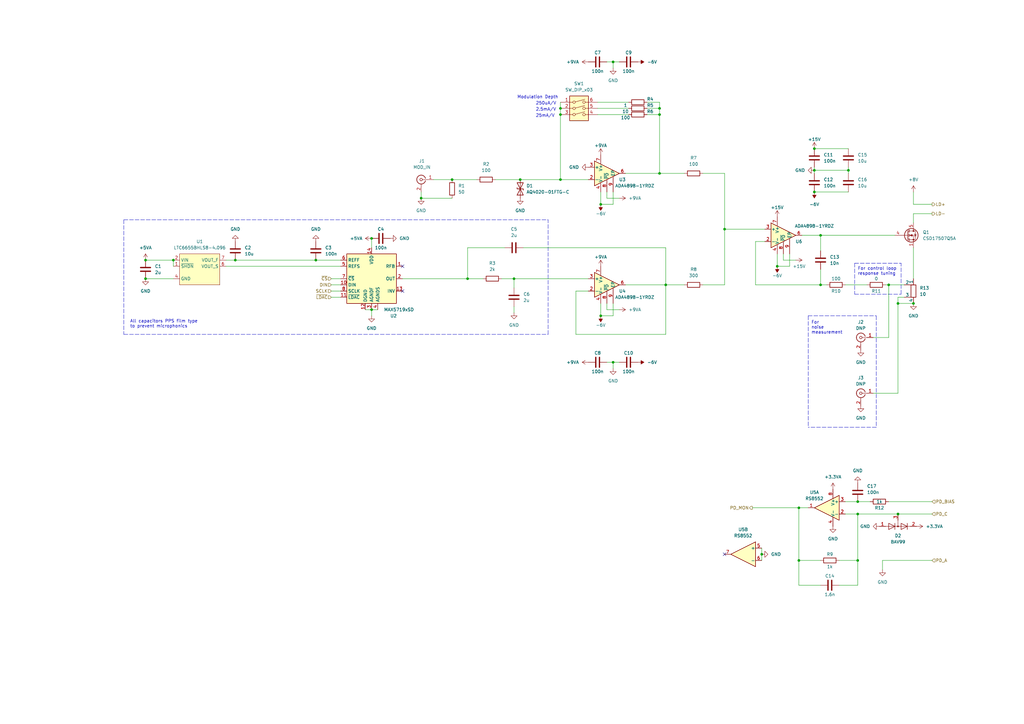
<source format=kicad_sch>
(kicad_sch (version 20211123) (generator eeschema)
  (paper "A3")
  (title_block (title "Kirdy") (date "2022-07-03") (rev "r0.1") (company "M-Labs") (comment 1 "Alex Wong Tat Hang"))
  (lib_symbols
    (symbol "Amplifier_Operational:ADA4898-1YRDZ" (pin_names (offset 0.127))
      (property "Reference" "U" (at 3.81 3.81 0))
      (property "Value" "ADA4898-1YRDZ" (at 11.43 -2.54 0))
      (symbol "ADA4898-1YRDZ_1_1"
        (polyline (pts (xy -5.08 5.08) (xy 5.08 0) (xy -5.08 -5.08) (xy -5.08 5.08)) (stroke (width 0.254)) (fill (type background)))
        (pin input line (at -7.62 -2.54 0) (length 2.54) (name "-") (number "2"))
        (pin input line (at -7.62 2.54 0) (length 2.54) (name "+") (number "3"))
        (pin power_in line (at -2.54 -7.62 90) (length 3.81) (name "V-") (number "4"))
        (pin output line (at 7.62 0 180) (length 2.54) (name "~") (number "6"))
        (pin power_in line (at -2.54 7.62 270) (length 3.81) (name "V+") (number "7"))
        (pin input line (at 0 -7.62 90) (length 5.08) (name "~{PD}") (number "8"))
        (pin passive line (at 2.54 -7.62 90) (length 6.35) (name "EP") (number "9"))
      )
    )
    (symbol "Analog_DAC:MAX5719xSD"
      (property "Reference" "U" (at -10.16 11.43 0))
      (property "Value" "MAX5719xSD" (at 1.27 11.43 0))
      (symbol "MAX5719xSD_0_1"
        (rectangle (start -10.16 10.16) (end 10.16 -10.16) (stroke (width 0.254)) (fill (type background)))
      )
      (symbol "MAX5719xSD_1_1"
        (pin passive line (at 12.7 5.08 180) (length 2.54) (name "RFB") (number "1"))
        (pin input line (at -12.7 -2.54 0) (length 2.54) (name "DIN") (number "10"))
        (pin input line (at -12.7 -7.62 0) (length 2.54) (name "~{LDAC}") (number "11"))
        (pin power_in line (at -2.54 -12.7 90) (length 2.54) (name "DGND") (number "12"))
        (pin passive line (at 12.7 -5.08 180) (length 2.54) (name "INV") (number "13"))
        (pin power_in line (at 0 12.7 270) (length 2.54) (name "VDD") (number "14"))
        (pin output line (at 12.7 0 180) (length 2.54) (name "OUT") (number "2"))
        (pin power_in line (at 0 -12.7 90) (length 2.54) (name "AGNDF") (number "3"))
        (pin power_in line (at 2.54 -12.7 90) (length 2.54) (name "AGNDS") (number "4"))
        (pin input line (at -12.7 5.08 0) (length 2.54) (name "REFS") (number "5"))
        (pin input line (at -12.7 7.62 0) (length 2.54) (name "REFF") (number "6"))
        (pin input line (at -12.7 0 0) (length 2.54) (name "~{CS}") (number "7"))
        (pin input line (at -12.7 -5.08 0) (length 2.54) (name "SCLK") (number "8"))
        (pin no_connect line (at 10.16 -7.62 180) (length 2.54) hide (name "NC") (number "9"))
      )
    )
    (symbol "Connector:Conn_Coaxial" (pin_names (offset 1.016) hide)
      (property "Reference" "J" (at 0.254 3.048 0))
      (property "Value" "Conn_Coaxial" (at 2.921 0 90))
      (symbol "Conn_Coaxial_0_1"
        (arc (start -1.778 -0.508) (mid 0.222 -1.808) (end 1.778 0) (stroke (width 0.254)))
        (polyline (pts (xy -2.54 0) (xy -0.508 0)))
        (polyline (pts (xy 0 -2.54) (xy 0 -1.778)))
        (circle (center 0 0) (radius 0.508) (stroke (width 0.2032)))
        (arc (start 1.778 0) (mid 0.222 1.8083) (end -1.778 0.508) (stroke (width 0.254)))
      )
      (symbol "Conn_Coaxial_1_1"
        (pin passive line (at -5.08 0 0) (length 2.54) (name "In") (number "1"))
        (pin passive line (at 0 -5.08 90) (length 2.54) (name "Ext") (number "2"))
      )
    )
    (symbol "Device:C" (pin_numbers hide) (pin_names (offset 0.254))
      (property "Reference" "C" (at 0.635 2.54 0))
      (property "Value" "C" (at 0.635 -2.54 0))
      (symbol "C_0_1"
        (polyline (pts (xy -2.032 -0.762) (xy 2.032 -0.762)) (stroke (width 0.508)))
        (polyline (pts (xy -2.032 0.762) (xy 2.032 0.762)) (stroke (width 0.508)))
      )
      (symbol "C_1_1"
        (pin passive line (at 0 3.81 270) (length 2.794) (name "~") (number "1"))
        (pin passive line (at 0 -3.81 90) (length 2.794) (name "~") (number "2"))
      )
    )
    (symbol "Device:D_TVS" (pin_numbers hide) (pin_names (offset 1.016) hide)
      (property "Reference" "D" (at 0 2.54 0))
      (property "Value" "D_TVS" (at 0 -2.54 0))
      (symbol "D_TVS_0_1"
        (polyline (pts (xy 1.27 0) (xy -1.27 0)))
        (polyline (pts (xy 0.508 1.27) (xy 0 1.27) (xy 0 -1.27) (xy -0.508 -1.27)) (stroke (width 0.254)))
        (polyline (pts (xy -2.54 1.27) (xy -2.54 -1.27) (xy 2.54 1.27) (xy 2.54 -1.27) (xy -2.54 1.27)) (stroke (width 0.254)))
      )
      (symbol "D_TVS_1_1"
        (pin passive line (at -3.81 0 0) (length 2.54) (name "A1") (number "1"))
        (pin passive line (at 3.81 0 180) (length 2.54) (name "A2") (number "2"))
      )
    )
    (symbol "Device:R" (pin_numbers hide) (pin_names (offset 0))
      (property "Reference" "R" (at 2.032 0 90))
      (property "Value" "R" (at 0 0 90))
      (symbol "R_0_1"
        (rectangle (start -1.016 -2.54) (end 1.016 2.54) (stroke (width 0.254)))
      )
      (symbol "R_1_1"
        (pin passive line (at 0 3.81 270) (length 1.27) (name "~") (number "1"))
        (pin passive line (at 0 -3.81 90) (length 1.27) (name "~") (number "2"))
      )
    )
    (symbol "Device:R_Shunt" (pin_numbers hide) (pin_names (offset 0))
      (property "Reference" "R" (at -4.445 0 90))
      (property "Value" "R_Shunt" (at -2.54 0 90))
      (symbol "R_Shunt_0_1"
        (rectangle (start -1.016 -2.54) (end 1.016 2.54) (stroke (width 0.254)))
        (polyline (pts (xy 0 -2.54) (xy 1.27 -2.54)))
        (polyline (pts (xy 1.27 2.54) (xy 0 2.54)))
      )
      (symbol "R_Shunt_1_1"
        (pin passive line (at 0 5.08 270) (length 2.54) (name "1") (number "1"))
        (pin passive line (at 3.81 2.54 180) (length 2.54) (name "2") (number "2"))
        (pin passive line (at 3.81 -2.54 180) (length 2.54) (name "3") (number "3"))
        (pin passive line (at 0 -5.08 90) (length 2.54) (name "4") (number "4"))
      )
    )
    (symbol "Diode:BAV99" (pin_names hide)
      (property "Reference" "D" (at 0 5.08 0))
      (property "Value" "BAV99" (at 0 2.54 0))
      (symbol "BAV99_0_1"
        (polyline (pts (xy -5.08 0) (xy 5.08 0)))
      )
      (symbol "BAV99_1_1"
        (polyline (pts (xy 0 0) (xy 0 -2.54)))
        (polyline (pts (xy -1.27 -1.27) (xy -1.27 1.27) (xy -1.27 1.27)) (stroke (width 0.2032)))
        (polyline (pts (xy 3.81 1.27) (xy 3.81 -1.27) (xy 3.81 -1.27)) (stroke (width 0.2032)))
        (polyline (pts (xy -3.81 1.27) (xy -1.27 0) (xy -3.81 -1.27) (xy -3.81 1.27) (xy -3.81 1.27) (xy -3.81 1.27)) (stroke (width 0.2032)))
        (polyline (pts (xy 1.27 1.27) (xy 3.81 0) (xy 1.27 -1.27) (xy 1.27 1.27) (xy 1.27 1.27) (xy 1.27 1.27)) (stroke (width 0.2032)))
        (circle (center 0 0) (radius 0.254) (fill (type outline)))
        (pin passive line (at -7.62 0 0) (length 2.54) (name "K") (number "1"))
        (pin passive line (at 7.62 0 180) (length 2.54) (name "A") (number "2"))
        (pin passive line (at 0 -5.08 90) (length 2.54) (name "K") (number "3"))
      )
    )
    (symbol "Switch:SW_DIP_x03" (pin_names (offset 0) hide)
      (property "Reference" "SW" (at 0 8.89 0))
      (property "Value" "SW_DIP_x03" (at 0 -3.81 0))
      (symbol "SW_DIP_x03_0_0"
        (circle (center -2.032 0) (radius 0.508))
        (circle (center -2.032 2.54) (radius 0.508))
        (circle (center -2.032 5.08) (radius 0.508))
        (polyline (pts (xy -1.524 0.127) (xy 2.3622 1.1684)))
        (polyline (pts (xy -1.524 2.667) (xy 2.3622 3.7084)))
        (polyline (pts (xy -1.524 5.207) (xy 2.3622 6.2484)))
        (circle (center 2.032 0) (radius 0.508))
        (circle (center 2.032 2.54) (radius 0.508))
        (circle (center 2.032 5.08) (radius 0.508))
      )
      (symbol "SW_DIP_x03_0_1"
        (rectangle (start -3.81 7.62) (end 3.81 -2.54) (stroke (width 0.254)) (fill (type background)))
      )
      (symbol "SW_DIP_x03_1_1"
        (pin passive line (at -7.62 5.08 0) (length 5.08) (name "~") (number "1"))
        (pin passive line (at -7.62 2.54 0) (length 5.08) (name "~") (number "2"))
        (pin passive line (at -7.62 0 0) (length 5.08) (name "~") (number "3"))
        (pin passive line (at 7.62 0 180) (length 5.08) (name "~") (number "4"))
        (pin passive line (at 7.62 2.54 180) (length 5.08) (name "~") (number "5"))
        (pin passive line (at 7.62 5.08 180) (length 5.08) (name "~") (number "6"))
      )
    )
    (symbol "Transistor_FET:CSD17507Q5A" (pin_names hide)
      (property "Reference" "Q" (at 5.08 1.905 0))
      (property "Value" "CSD17507Q5A" (at 5.08 0 0))
      (symbol "CSD17507Q5A_0_1"
        (polyline (pts (xy 0.254 0) (xy -2.54 0)))
        (polyline (pts (xy 0.254 1.905) (xy 0.254 -1.905)) (stroke (width 0.254)))
        (polyline (pts (xy 0.762 -1.27) (xy 0.762 -2.286)) (stroke (width 0.254)))
        (polyline (pts (xy 0.762 0.508) (xy 0.762 -0.508)) (stroke (width 0.254)))
        (polyline (pts (xy 0.762 2.286) (xy 0.762 1.27)) (stroke (width 0.254)))
        (polyline (pts (xy 2.54 2.54) (xy 2.54 1.778)))
        (polyline (pts (xy 2.54 -2.54) (xy 2.54 0) (xy 0.762 0)))
        (polyline (pts (xy 0.762 -1.778) (xy 3.302 -1.778) (xy 3.302 1.778) (xy 0.762 1.778)))
        (polyline (pts (xy 1.016 0) (xy 2.032 0.381) (xy 2.032 -0.381) (xy 1.016 0)) (fill (type outline)))
        (polyline (pts (xy 2.794 0.508) (xy 2.921 0.381) (xy 3.683 0.381) (xy 3.81 0.254)))
        (polyline (pts (xy 3.302 0.381) (xy 2.921 -0.254) (xy 3.683 -0.254) (xy 3.302 0.381)))
        (circle (center 1.651 0) (radius 2.794) (stroke (width 0.254)))
        (circle (center 2.54 -1.778) (radius 0.254) (fill (type outline)))
        (circle (center 2.54 1.778) (radius 0.254) (fill (type outline)))
      )
      (symbol "CSD17507Q5A_1_1"
        (pin passive line (at 2.54 -5.08 90) (length 2.54) (name "S") (number "1"))
        (pin passive line (at 2.54 -5.08 90) (length 2.54) hide (name "S") (number "2"))
        (pin passive line (at 2.54 -5.08 90) (length 2.54) hide (name "S") (number "3"))
        (pin passive line (at -5.08 0 0) (length 2.54) (name "G") (number "4"))
        (pin passive line (at 2.54 5.08 270) (length 2.54) (name "D") (number "5"))
      )
    )
    (symbol "kirdy:LTC6655"
      (property "Reference" "U" (at 0 -10.16 0))
      (property "Value" "LTC6655" (at 0 -7.62 0))
      (symbol "LTC6655_0_0"
        (pin input line (at -10.16 2.54 0) (length 2.54) (name "~{SHDN}") (number "1"))
        (pin power_in line (at -10.16 5.08 0) (length 2.54) (name "VIN") (number "2"))
        (pin power_in line (at -10.16 -2.54 0) (length 2.54) hide (name "GND") (number "3"))
        (pin power_in line (at -10.16 -2.54 0) (length 2.54) (name "GND") (number "4"))
        (pin power_in line (at -10.16 -2.54 0) (length 2.54) hide (name "GND") (number "5"))
        (pin passive line (at 11.43 2.54 180) (length 2.54) (name "VOUT_S") (number "6"))
        (pin output line (at 11.43 5.08 180) (length 2.54) (name "VOUT_F") (number "7"))
        (pin power_in line (at -10.16 -2.54 0) (length 2.54) hide (name "GND") (number "8"))
      )
      (symbol "LTC6655_0_1"
        (rectangle (start -7.62 7.62) (end 8.89 -5.08) (fill (type background)))
      )
    )
    (symbol "kirdy:RS8552" (pin_names (offset 0.127))
      (property "Reference" "U" (at 0 5.08 0))
      (property "Value" "RS8552" (at 0 -5.08 0))
      (symbol "RS8552_1_1"
        (polyline (pts (xy -5.08 5.08) (xy 5.08 0) (xy -5.08 -5.08) (xy -5.08 5.08)) (stroke (width 0.254)) (fill (type background)))
        (pin output line (at 7.62 0 180) (length 2.54) (name "~") (number "1"))
        (pin input line (at -7.62 -2.54 0) (length 2.54) (name "-") (number "2"))
        (pin input line (at -7.62 2.54 0) (length 2.54) (name "+") (number "3"))
      )
      (symbol "RS8552_2_1"
        (polyline (pts (xy -5.08 5.08) (xy 5.08 0) (xy -5.08 -5.08) (xy -5.08 5.08)) (stroke (width 0.254)) (fill (type background)))
        (pin input line (at -7.62 2.54 0) (length 2.54) (name "+") (number "5"))
        (pin input line (at -7.62 -2.54 0) (length 2.54) (name "-") (number "6"))
        (pin output line (at 7.62 0 180) (length 2.54) (name "~") (number "7"))
      )
      (symbol "RS8552_3_1"
        (pin power_in line (at -2.54 -7.62 90) (length 3.81) (name "V-") (number "4"))
        (pin power_in line (at -2.54 7.62 270) (length 3.81) (name "V+") (number "8"))
      )
    )
    (symbol "power:+15V" (power) (pin_names (offset 0))
      (property "Value" "+15V" (at 0 3.556 0))
      (symbol "+15V_0_1"
        (polyline (pts (xy -0.762 1.27) (xy 0 2.54)))
        (polyline (pts (xy 0 0) (xy 0 2.54)))
        (polyline (pts (xy 0 2.54) (xy 0.762 1.27)))
      )
      (symbol "+15V_1_1"
        (pin power_in line (at 0 0 90) (length 0) hide (name "+15V") (number "1"))
      )
    )
    (symbol "power:+3.3VA" (power) (pin_names (offset 0))
      (property "Value" "+3.3VA" (at 0 3.556 0))
      (symbol "+3.3VA_0_1"
        (polyline (pts (xy -0.762 1.27) (xy 0 2.54)))
        (polyline (pts (xy 0 0) (xy 0 2.54)))
        (polyline (pts (xy 0 2.54) (xy 0.762 1.27)))
      )
      (symbol "+3.3VA_1_1"
        (pin power_in line (at 0 0 90) (length 0) hide (name "+3.3VA") (number "1"))
      )
    )
    (symbol "power:+5VA" (power) (pin_names (offset 0))
      (property "Value" "+5VA" (at 0 3.556 0))
      (symbol "+5VA_0_1"
        (polyline (pts (xy -0.762 1.27) (xy 0 2.54)))
        (polyline (pts (xy 0 0) (xy 0 2.54)))
        (polyline (pts (xy 0 2.54) (xy 0.762 1.27)))
      )
      (symbol "+5VA_1_1"
        (pin power_in line (at 0 0 90) (length 0) hide (name "+5VA") (number "1"))
      )
    )
    (symbol "power:+8V" (power) (pin_names (offset 0))
      (property "Value" "+8V" (at 0 3.556 0))
      (symbol "+8V_0_1"
        (polyline (pts (xy -0.762 1.27) (xy 0 2.54)))
        (polyline (pts (xy 0 0) (xy 0 2.54)))
        (polyline (pts (xy 0 2.54) (xy 0.762 1.27)))
      )
      (symbol "+8V_1_1"
        (pin power_in line (at 0 0 90) (length 0) hide (name "+8V") (number "1"))
      )
    )
    (symbol "power:+9VA" (power) (pin_names (offset 0))
      (property "Value" "+9VA" (at 0 3.81 0))
      (symbol "+9VA_0_1"
        (polyline (pts (xy -0.762 1.27) (xy 0 2.54)))
        (polyline (pts (xy 0 0) (xy 0 2.54)))
        (polyline (pts (xy 0 2.54) (xy 0.762 1.27)))
      )
      (symbol "+9VA_1_1"
        (pin power_in line (at 0 0 90) (length 0) hide (name "+9VA") (number "1"))
      )
    )
    (symbol "power:-6V" (power) (pin_names (offset 0))
      (property "Value" "-6V" (at 0 3.81 0))
      (symbol "-6V_0_0"
        (pin power_in line (at 0 0 90) (length 0) hide (name "-6V") (number "1"))
      )
      (symbol "-6V_0_1"
        (polyline (pts (xy 0 0) (xy 0 1.27) (xy 0.762 1.27) (xy 0 2.54) (xy -0.762 1.27) (xy 0 1.27)) (fill (type outline)))
      )
    )
    (symbol "power:GND" (power) (pin_names (offset 0))
      (property "Value" "GND" (at 0 -3.81 0))
      (symbol "GND_0_1"
        (polyline (pts (xy 0 0) (xy 0 -1.27) (xy 1.27 -1.27) (xy 0 -2.54) (xy -1.27 -1.27) (xy 0 -1.27)))
      )
      (symbol "GND_1_1"
        (pin power_in line (at 0 0 270) (length 0) hide (name "GND") (number "1"))
      )
    )
  )
  (junction (at 229.87 46.99))
  (junction (at 270.51 71.12))
  (junction (at 318.77 109.22))
  (junction (at 229.87 44.45))
  (junction (at 334.01 69.85))
  (junction (at 351.79 205.74))
  (junction (at 152.4 97.79))
  (junction (at 336.55 96.52))
  (junction (at 251.46 25.4))
  (junction (at 213.36 73.66))
  (junction (at 351.79 229.87))
  (junction (at 364.49 116.84))
  (junction (at 251.46 148.59))
  (junction (at 334.01 60.96))
  (junction (at 185.42 73.66))
  (junction (at 246.38 129.54))
  (junction (at 273.05 116.84))
  (junction (at 246.38 83.82))
  (junction (at 129.54 106.68))
  (junction (at 336.55 116.84))
  (junction (at 191.77 114.3))
  (junction (at 327.66 208.28))
  (junction (at 312.42 227.33))
  (junction (at 351.79 210.82))
  (junction (at 210.82 114.3))
  (junction (at 96.52 106.68))
  (junction (at 347.98 69.85))
  (junction (at 71.12 106.68))
  (junction (at 374.65 124.46))
  (junction (at 334.01 78.74))
  (junction (at 270.51 46.99))
  (junction (at 368.3 210.82))
  (junction (at 59.69 114.3))
  (junction (at 327.66 229.87))
  (junction (at 368.3 124.46))
  (junction (at 152.4 127))
  (junction (at 270.51 44.45))
  (junction (at 172.72 81.28))
  (junction (at 59.69 106.68))
  (junction (at 229.87 73.66))
  (junction (at 297.18 93.98))
  (no_connect (at 165.1 119.38))
  (no_connect (at 297.18 227.33))
  (no_connect (at 165.1 109.22))
  (wire (pts (xy 210.82 125.73) (xy 210.82 128.27)))
  (polyline (pts (xy 331.47 129.54) (xy 331.47 175.26)))
  (wire (pts (xy 308.61 208.28) (xy 327.66 208.28)))
  (wire (pts (xy 71.12 106.68) (xy 71.12 109.22)))
  (wire (pts (xy 172.72 81.28) (xy 185.42 81.28)))
  (wire (pts (xy 273.05 116.84) (xy 280.67 116.84)))
  (wire (pts (xy 368.3 210.82) (xy 382.27 210.82)))
  (wire (pts (xy 364.49 116.84) (xy 370.84 116.84)))
  (wire (pts (xy 336.55 96.52) (xy 367.03 96.52)))
  (wire (pts (xy 351.79 229.87) (xy 351.79 210.82)))
  (wire (pts (xy 334.01 69.85) (xy 334.01 71.12)))
  (wire (pts (xy 374.65 91.44) (xy 374.65 87.63)))
  (wire (pts (xy 214.63 101.6) (xy 273.05 101.6)))
  (wire (pts (xy 172.72 81.28) (xy 172.72 78.74)))
  (wire (pts (xy 336.55 96.52) (xy 336.55 102.87)))
  (wire (pts (xy 328.93 96.52) (xy 336.55 96.52)))
  (wire (pts (xy 248.92 127) (xy 254 127)))
  (wire (pts (xy 213.36 73.66) (xy 229.87 73.66)))
  (wire (pts (xy 288.29 116.84) (xy 297.18 116.84)))
  (wire (pts (xy 185.42 73.66) (xy 195.58 73.66)))
  (wire (pts (xy 177.8 73.66) (xy 185.42 73.66)))
  (polyline (pts (xy 350.52 120.65) (xy 369.57 120.65)))
  (wire (pts (xy 135.89 119.38) (xy 139.7 119.38)))
  (wire (pts (xy 270.51 41.91) (xy 270.51 44.45)))
  (wire (pts (xy 270.51 46.99) (xy 270.51 71.12)))
  (wire (pts (xy 203.2 73.66) (xy 213.36 73.66)))
  (wire (pts (xy 358.14 138.43) (xy 364.49 138.43)))
  (wire (pts (xy 361.95 229.87) (xy 382.27 229.87)))
  (wire (pts (xy 368.3 161.29) (xy 358.14 161.29)))
  (wire (pts (xy 321.31 106.68) (xy 326.39 106.68)))
  (polyline (pts (xy 350.52 107.95) (xy 369.57 107.95)))
  (wire (pts (xy 368.3 121.92) (xy 368.3 124.46)))
  (wire (pts (xy 327.66 229.87) (xy 327.66 208.28)))
  (wire (pts (xy 96.52 106.68) (xy 129.54 106.68)))
  (wire (pts (xy 135.89 116.84) (xy 139.7 116.84)))
  (wire (pts (xy 270.51 71.12) (xy 280.67 71.12)))
  (wire (pts (xy 251.46 25.4) (xy 251.46 27.94)))
  (wire (pts (xy 265.43 46.99) (xy 270.51 46.99)))
  (polyline (pts (xy 331.47 129.54) (xy 359.41 129.54)))
  (wire (pts (xy 135.89 114.3) (xy 139.7 114.3)))
  (wire (pts (xy 210.82 114.3) (xy 241.3 114.3)))
  (wire (pts (xy 256.54 116.84) (xy 273.05 116.84)))
  (wire (pts (xy 368.3 124.46) (xy 368.3 161.29)))
  (wire (pts (xy 205.74 114.3) (xy 210.82 114.3)))
  (wire (pts (xy 245.11 46.99) (xy 257.81 46.99)))
  (wire (pts (xy 273.05 137.16) (xy 273.05 116.84)))
  (wire (pts (xy 336.55 240.03) (xy 327.66 240.03)))
  (wire (pts (xy 374.65 87.63) (xy 382.27 87.63)))
  (wire (pts (xy 92.71 109.22) (xy 139.7 109.22)))
  (wire (pts (xy 347.98 69.85) (xy 334.01 69.85)))
  (wire (pts (xy 251.46 25.4) (xy 254 25.4)))
  (wire (pts (xy 236.22 119.38) (xy 236.22 137.16)))
  (wire (pts (xy 251.46 83.82) (xy 251.46 78.74)))
  (wire (pts (xy 246.38 78.74) (xy 246.38 83.82)))
  (wire (pts (xy 251.46 129.54) (xy 251.46 124.46)))
  (wire (pts (xy 191.77 101.6) (xy 191.77 114.3)))
  (wire (pts (xy 207.01 101.6) (xy 191.77 101.6)))
  (polyline (pts (xy 50.8 90.17) (xy 224.79 90.17)))
  (wire (pts (xy 265.43 41.91) (xy 270.51 41.91)))
  (wire (pts (xy 361.95 233.68) (xy 361.95 229.87)))
  (wire (pts (xy 251.46 148.59) (xy 254 148.59)))
  (wire (pts (xy 297.18 93.98) (xy 313.69 93.98)))
  (wire (pts (xy 248.92 78.74) (xy 248.92 81.28)))
  (wire (pts (xy 246.38 83.82) (xy 251.46 83.82)))
  (wire (pts (xy 248.92 148.59) (xy 251.46 148.59)))
  (wire (pts (xy 297.18 71.12) (xy 297.18 93.98)))
  (wire (pts (xy 318.77 109.22) (xy 323.85 109.22)))
  (wire (pts (xy 248.92 25.4) (xy 251.46 25.4)))
  (polyline (pts (xy 369.57 120.65) (xy 369.57 107.95)))
  (wire (pts (xy 368.3 121.92) (xy 370.84 121.92)))
  (wire (pts (xy 344.17 229.87) (xy 351.79 229.87)))
  (wire (pts (xy 92.71 106.68) (xy 96.52 106.68)))
  (wire (pts (xy 364.49 138.43) (xy 364.49 116.84)))
  (wire (pts (xy 236.22 137.16) (xy 273.05 137.16)))
  (wire (pts (xy 346.71 116.84) (xy 355.6 116.84)))
  (wire (pts (xy 248.92 124.46) (xy 248.92 127)))
  (wire (pts (xy 165.1 114.3) (xy 191.77 114.3)))
  (wire (pts (xy 364.49 205.74) (xy 382.27 205.74)))
  (wire (pts (xy 363.22 116.84) (xy 364.49 116.84)))
  (wire (pts (xy 256.54 71.12) (xy 270.51 71.12)))
  (wire (pts (xy 288.29 71.12) (xy 297.18 71.12)))
  (wire (pts (xy 265.43 44.45) (xy 270.51 44.45)))
  (wire (pts (xy 59.69 106.68) (xy 71.12 106.68)))
  (wire (pts (xy 59.69 114.3) (xy 71.12 114.3)))
  (wire (pts (xy 346.71 205.74) (xy 351.79 205.74)))
  (wire (pts (xy 229.87 41.91) (xy 229.87 44.45)))
  (wire (pts (xy 246.38 129.54) (xy 251.46 129.54)))
  (wire (pts (xy 318.77 104.14) (xy 318.77 109.22)))
  (polyline (pts (xy 359.41 175.26) (xy 331.47 175.26)))
  (polyline (pts (xy 50.8 90.17) (xy 50.8 137.16)))
  (wire (pts (xy 309.88 116.84) (xy 309.88 99.06)))
  (wire (pts (xy 327.66 240.03) (xy 327.66 229.87)))
  (wire (pts (xy 152.4 97.79) (xy 152.4 101.6)))
  (wire (pts (xy 321.31 104.14) (xy 321.31 106.68)))
  (wire (pts (xy 327.66 229.87) (xy 336.55 229.87)))
  (polyline (pts (xy 350.52 107.95) (xy 350.52 120.65)))
  (wire (pts (xy 351.79 205.74) (xy 356.87 205.74)))
  (wire (pts (xy 312.42 224.79) (xy 312.42 227.33)))
  (wire (pts (xy 374.65 83.82) (xy 382.27 83.82)))
  (wire (pts (xy 336.55 116.84) (xy 309.88 116.84)))
  (wire (pts (xy 297.18 116.84) (xy 297.18 93.98)))
  (polyline (pts (xy 359.41 129.54) (xy 359.41 175.26)))
  (wire (pts (xy 229.87 44.45) (xy 229.87 46.99)))
  (wire (pts (xy 149.86 127) (xy 152.4 127)))
  (wire (pts (xy 312.42 227.33) (xy 312.42 229.87)))
  (wire (pts (xy 135.89 121.92) (xy 139.7 121.92)))
  (wire (pts (xy 191.77 114.3) (xy 198.12 114.3)))
  (wire (pts (xy 248.92 81.28) (xy 254 81.28)))
  (polyline (pts (xy 50.8 137.16) (xy 224.79 137.16)))
  (wire (pts (xy 129.54 106.68) (xy 139.7 106.68)))
  (wire (pts (xy 344.17 240.03) (xy 351.79 240.03)))
  (wire (pts (xy 246.38 124.46) (xy 246.38 129.54)))
  (wire (pts (xy 346.71 210.82) (xy 351.79 210.82)))
  (wire (pts (xy 351.79 240.03) (xy 351.79 229.87)))
  (wire (pts (xy 229.87 46.99) (xy 229.87 73.66)))
  (wire (pts (xy 245.11 44.45) (xy 257.81 44.45)))
  (wire (pts (xy 327.66 208.28) (xy 331.47 208.28)))
  (wire (pts (xy 347.98 68.58) (xy 347.98 69.85)))
  (wire (pts (xy 374.65 78.74) (xy 374.65 83.82)))
  (wire (pts (xy 152.4 127) (xy 152.4 129.54)))
  (wire (pts (xy 273.05 101.6) (xy 273.05 116.84)))
  (wire (pts (xy 347.98 69.85) (xy 347.98 71.12)))
  (wire (pts (xy 210.82 114.3) (xy 210.82 118.11)))
  (wire (pts (xy 368.3 124.46) (xy 374.65 124.46)))
  (wire (pts (xy 241.3 119.38) (xy 236.22 119.38)))
  (wire (pts (xy 334.01 68.58) (xy 334.01 69.85)))
  (wire (pts (xy 334.01 60.96) (xy 347.98 60.96)))
  (wire (pts (xy 351.79 210.82) (xy 368.3 210.82)))
  (wire (pts (xy 336.55 116.84) (xy 339.09 116.84)))
  (wire (pts (xy 334.01 78.74) (xy 347.98 78.74)))
  (wire (pts (xy 374.65 101.6) (xy 374.65 114.3)))
  (wire (pts (xy 323.85 109.22) (xy 323.85 104.14)))
  (wire (pts (xy 229.87 73.66) (xy 241.3 73.66)))
  (wire (pts (xy 336.55 110.49) (xy 336.55 116.84)))
  (wire (pts (xy 251.46 148.59) (xy 251.46 151.13)))
  (polyline (pts (xy 224.79 137.16) (xy 224.79 90.17)))
  (wire (pts (xy 245.11 41.91) (xy 257.81 41.91)))
  (wire (pts (xy 270.51 44.45) (xy 270.51 46.99)))
  (wire (pts (xy 152.4 127) (xy 154.94 127)))
  (wire (pts (xy 309.88 99.06) (xy 313.69 99.06)))
  (text "250uA/V" (at 219.71 43.18 0) (effects (font (size 1.27 1.27)) (justify left bottom)))
  (text "All capacitors PPS film type\nto prevent microphonics " (at 53.34 134.62 0) (effects (font (size 1.27 1.27)) (justify left bottom)))
  (text "For\nnoise\nmeasurement" (at 332.74 137.16 0) (effects (font (size 1.27 1.27)) (justify left bottom)))
  (text "2.5mA/V" (at 219.71 45.72 0) (effects (font (size 1.27 1.27)) (justify left bottom)))
  (text "For control loop\nresponse tuning" (at 351.79 113.03 0) (effects (font (size 1.27 1.27)) (justify left bottom)))
  (text "25mA/V" (at 219.71 48.26 0) (effects (font (size 1.27 1.27)) (justify left bottom)))
  (text "Modulation Depth" (at 212.09 40.64 0) (effects (font (size 1.27 1.27)) (justify left bottom)))
  (hierarchical_label "~{LDAC}" (shape input) (at 135.89 121.92 180))
  (hierarchical_label "PD_BIAS" (shape input) (at 382.27 205.74 0))
  (hierarchical_label "LD+" (shape output) (at 382.27 83.82 0))
  (hierarchical_label "SCLK" (shape input) (at 135.89 119.38 180))
  (hierarchical_label "PD_MON" (shape output) (at 308.61 208.28 180))
  (hierarchical_label "PD_C" (shape input) (at 382.27 210.82 0))
  (hierarchical_label "PD_A" (shape input) (at 382.27 229.87 0))
  (hierarchical_label "DIN" (shape input) (at 135.89 116.84 180))
  (hierarchical_label "LD-" (shape output) (at 382.27 87.63 0))
  (hierarchical_label "~{CS}" (shape input) (at 135.89 114.3 180))
  (symbol (lib_id "Device:R") (at 261.62 46.99 90) (unit 1)
    (property "Reference" "R6" (at 266.7 45.72 90))
    (property "Value" "100" (at 256.54 48.26 90))
  )
  (symbol (lib_id "Device:C") (at 351.79 201.93 0) (unit 1)
    (property "Reference" "C17" (at 355.6 199.39 0) (effects (justify left)))
    (property "Value" "100n" (at 355.6 201.93 0) (effects (justify left)))
  )
  (symbol (lib_id "Diode:BAV99") (at 368.3 215.9 0) (mirror x) (unit 1)
    (property "Reference" "D2" (at 368.3 219.71 0))
    (property "Value" "BAV99" (at 368.3 222.25 0))
    (property "Footprint" "Package_TO_SOT_SMD:SOT-23" (effects hide))
    (property "Datasheet" "https://assets.nexperia.com/documents/data-sheet/BAV99_SER.pdf" (effects hide))
  )
  (symbol (lib_id "power:GND") (at 360.68 215.9 270) (unit 1)
    (property "Reference" "#PWR036" (effects hide))
    (property "Value" "GND" (at 356.87 215.8999 90) (effects (justify right)))
  )
  (symbol (lib_id "Connector:Conn_Coaxial") (at 353.06 161.29 0) (mirror y) (unit 1)
    (property "Reference" "J3" (at 353.06 154.94 0))
    (property "Value" "DNP" (at 353.06 157.48 0))
    (property "Datasheet" " ~" (effects hide))
  )
  (symbol (lib_id "power:-6V") (at 261.62 25.4 270) (unit 1)
    (property "Reference" "#PWR022" (effects hide))
    (property "Value" "-6V" (at 265.43 25.3999 90) (effects (justify left)))
  )
  (symbol (lib_id "Device:C") (at 210.82 101.6 90) (unit 1)
    (property "Reference" "C5" (at 210.82 93.98 90))
    (property "Value" "2u" (at 210.82 96.52 90))
  )
  (symbol (lib_id "power:+15V") (at 334.01 60.96 0) (unit 1)
    (property "Reference" "#PWR028" (effects hide))
    (property "Value" "+15V" (at 334.01 57.15 0))
  )
  (symbol (lib_id "Device:R") (at 359.41 116.84 90) (unit 1)
    (property "Reference" "R11" (at 359.41 119.38 90))
    (property "Value" "0" (at 359.41 114.3 90))
  )
  (symbol (lib_id "power:-6V") (at 261.62 148.59 270) (unit 1)
    (property "Reference" "#PWR023" (effects hide))
    (property "Value" "-6V" (at 265.43 148.5899 90) (effects (justify left)))
  )
  (symbol (lib_id "Device:C") (at 257.81 25.4 90) (unit 1)
    (property "Reference" "C9" (at 257.81 21.59 90))
    (property "Value" "100n" (at 257.81 29.21 90))
  )
  (symbol (lib_id "power:GND") (at 351.79 198.12 180) (unit 1)
    (property "Reference" "#PWR033" (effects hide))
    (property "Value" "GND" (at 351.79 193.04 0))
  )
  (symbol (lib_id "power:+5VA") (at 59.69 106.68 0) (unit 1)
    (property "Reference" "#PWR01" (effects hide))
    (property "Value" "+5VA" (at 59.69 101.6 0))
  )
  (symbol (lib_id "Device:C") (at 347.98 74.93 0) (unit 1)
    (property "Reference" "C16" (at 351.79 73.6599 0) (effects (justify left)))
    (property "Value" "10u" (at 351.79 76.1999 0) (effects (justify left)))
  )
  (symbol (lib_id "Device:C") (at 96.52 102.87 0) (unit 1)
    (property "Reference" "C2" (at 100.33 101.5999 0) (effects (justify left)))
    (property "Value" "10u" (at 100.33 104.1399 0) (effects (justify left)))
  )
  (symbol (lib_id "Device:R") (at 342.9 116.84 90) (unit 1)
    (property "Reference" "R10" (at 342.9 119.38 90))
    (property "Value" "100" (at 342.9 114.3 90))
  )
  (symbol (lib_id "power:GND") (at 152.4 129.54 0) (unit 1)
    (property "Reference" "#PWR06" (effects hide))
    (property "Value" "GND" (at 152.4 134.62 0))
  )
  (symbol (lib_id "Amplifier_Operational:ADA4898-1YRDZ") (at 321.31 96.52 0) (unit 1)
    (property "Reference" "U6" (at 327.66 99.06 0))
    (property "Value" "ADA4898-1YRDZ" (at 334.01 92.71 0))
    (property "Footprint" "Package_SO:SOIC-8-1EP_3.9x4.9mm_P1.27mm_EP2.29x3mm" (effects hide))
    (property "Datasheet" "https://www.analog.com/media/en/technical-documentation/data-sheets/ada4898-1_4898-2.pdf" (effects hide))
  )
  (symbol (lib_id "Device:C") (at 336.55 106.68 0) (unit 1)
    (property "Reference" "C13" (at 340.36 105.4099 0) (effects (justify left)))
    (property "Value" "10n" (at 340.36 107.9499 0) (effects (justify left)))
  )
  (symbol (lib_id "Device:R") (at 284.48 116.84 90) (unit 1)
    (property "Reference" "R8" (at 284.48 110.49 90))
    (property "Value" "300" (at 284.48 113.03 90))
  )
  (symbol (lib_id "power:GND") (at 160.02 97.79 90) (unit 1)
    (property "Reference" "#PWR07" (effects hide))
    (property "Value" "GND" (at 163.83 97.7899 90) (effects (justify right)))
  )
  (symbol (lib_id "power:GND") (at 59.69 114.3 0) (unit 1)
    (property "Reference" "#PWR02" (effects hide))
    (property "Value" "GND" (at 59.69 119.38 0))
  )
  (symbol (lib_id "kirdy:RS8552") (at 304.8 227.33 0) (mirror y) (unit 2)
    (property "Reference" "U5" (at 304.8 217.17 0))
    (property "Value" "RS8552" (at 304.8 219.71 0))
    (property "Footprint" "Package_SO:SOIC-8_3.9x4.9mm_P1.27mm" (effects hide))
    (property "Datasheet" "https://datasheet.lcsc.com/lcsc/2010160333_Jiangsu-RUNIC-Tech-RS8554XP_C236997.pdf" (effects hide))
  )
  (symbol (lib_id "kirdy:RS8552") (at 339.09 208.28 0) (mirror y) (unit 1)
    (property "Reference" "U5" (at 334.01 201.93 0))
    (property "Value" "RS8552" (at 334.01 204.47 0))
    (property "Footprint" "Package_SO:SOIC-8_3.9x4.9mm_P1.27mm" (effects hide))
    (property "Datasheet" "https://datasheet.lcsc.com/lcsc/2010160333_Jiangsu-RUNIC-Tech-RS8554XP_C236997.pdf" (effects hide))
  )
  (symbol (lib_id "power:GND") (at 96.52 99.06 180) (unit 1)
    (property "Reference" "#PWR03" (effects hide))
    (property "Value" "GND" (at 96.52 93.98 0))
  )
  (symbol (lib_id "Device:C") (at 340.36 240.03 90) (unit 1)
    (property "Reference" "C14" (at 340.36 236.22 90))
    (property "Value" "1.6n" (at 340.36 243.84 90))
  )
  (symbol (lib_id "Device:R") (at 360.68 205.74 90) (unit 1)
    (property "Reference" "R12" (at 360.68 208.28 90))
    (property "Value" "1k" (at 360.68 205.74 90))
  )
  (symbol (lib_id "Switch:SW_DIP_x03") (at 237.49 46.99 0) (unit 1)
    (property "Reference" "SW1" (at 237.49 34.29 0))
    (property "Value" "SW_DIP_x03" (at 237.49 36.83 0))
  )
  (symbol (lib_id "Amplifier_Operational:ADA4898-1YRDZ") (at 248.92 116.84 0) (unit 1)
    (property "Reference" "U4" (at 255.27 119.38 0))
    (property "Value" "ADA4898-1YRDZ" (at 260.35 121.92 0))
    (property "Footprint" "Package_SO:SOIC-8-1EP_3.9x4.9mm_P1.27mm_EP2.29x3mm" (effects hide))
    (property "Datasheet" "https://www.analog.com/media/en/technical-documentation/data-sheets/ada4898-1_4898-2.pdf" (effects hide))
  )
  (symbol (lib_id "power:GND") (at 341.63 215.9 0) (unit 1)
    (property "Reference" "#PWR032" (effects hide))
    (property "Value" "GND" (at 341.63 220.98 0))
  )
  (symbol (lib_id "power:GND") (at 334.01 69.85 270) (unit 1)
    (property "Reference" "#PWR029" (effects hide))
    (property "Value" "GND" (at 330.2 69.8499 90) (effects (justify right)))
  )
  (symbol (lib_id "power:GND") (at 353.06 166.37 0) (unit 1)
    (property "Reference" "#PWR035" (effects hide))
    (property "Value" "GND" (at 353.06 171.45 0))
  )
  (symbol (lib_id "Device:C") (at 334.01 74.93 0) (unit 1)
    (property "Reference" "C12" (at 337.82 73.6599 0) (effects (justify left)))
    (property "Value" "100n" (at 337.82 76.1999 0) (effects (justify left)))
  )
  (symbol (lib_id "power:GND") (at 210.82 128.27 0) (unit 1)
    (property "Reference" "#PWR09" (effects hide))
    (property "Value" "GND" (at 210.82 133.35 0))
  )
  (symbol (lib_id "Device:R") (at 201.93 114.3 90) (unit 1)
    (property "Reference" "R3" (at 201.93 107.95 90))
    (property "Value" "2k" (at 201.93 110.49 90))
  )
  (symbol (lib_id "Device:C") (at 257.81 148.59 90) (unit 1)
    (property "Reference" "C10" (at 257.81 144.78 90))
    (property "Value" "100n" (at 257.81 152.4 90))
  )
  (symbol (lib_id "power:+9VA") (at 254 81.28 270) (unit 1)
    (property "Reference" "#PWR020" (effects hide))
    (property "Value" "+9VA" (at 257.81 81.2799 90) (effects (justify left)))
  )
  (symbol (lib_id "Device:R_Shunt") (at 374.65 119.38 0) (mirror y) (unit 1)
    (property "Reference" "R13" (at 377.19 118.1099 0) (effects (justify right)))
    (property "Value" "10" (at 377.19 120.6499 0) (effects (justify right)))
  )
  (symbol (lib_id "kirdy:RS8552") (at 339.09 208.28 0) (mirror y) (unit 3)
    (property "Reference" "U5" (effects hide))
    (property "Value" "RS8552" (effects hide))
    (property "Footprint" "Package_SO:SOIC-8_3.9x4.9mm_P1.27mm" (effects hide))
    (property "Datasheet" "https://datasheet.lcsc.com/lcsc/2010160333_Jiangsu-RUNIC-Tech-RS8554XP_C236997.pdf" (effects hide))
  )
  (symbol (lib_id "power:-6V") (at 246.38 129.54 180) (unit 1)
    (property "Reference" "#PWR017" (effects hide))
    (property "Value" "-6V" (at 246.38 133.35 0))
  )
  (symbol (lib_id "power:GND") (at 241.3 68.58 270) (unit 1)
    (property "Reference" "#PWR012" (effects hide))
    (property "Value" "GND" (at 237.49 68.5799 90) (effects (justify right)))
  )
  (symbol (lib_id "power:+15V") (at 326.39 106.68 270) (unit 1)
    (property "Reference" "#PWR027" (effects hide))
    (property "Value" "+15V" (at 325.12 109.22 90) (effects (justify left)))
  )
  (symbol (lib_id "power:GND") (at 312.42 227.33 90) (unit 1)
    (property "Reference" "#PWR024" (effects hide))
    (property "Value" "GND" (at 316.23 227.3299 90) (effects (justify right)))
  )
  (symbol (lib_id "Device:C") (at 347.98 64.77 0) (unit 1)
    (property "Reference" "C15" (at 351.79 63.4999 0) (effects (justify left)))
    (property "Value" "10u" (at 351.79 66.0399 0) (effects (justify left)))
  )
  (symbol (lib_id "power:+9VA") (at 241.3 25.4 90) (unit 1)
    (property "Reference" "#PWR011" (effects hide))
    (property "Value" "+9VA" (at 237.49 25.3999 90) (effects (justify left)))
  )
  (symbol (lib_id "power:+3.3VA") (at 341.63 200.66 0) (unit 1)
    (property "Reference" "#PWR031" (effects hide))
    (property "Value" "+3.3VA" (at 341.63 195.58 0))
  )
  (symbol (lib_id "power:GND") (at 361.95 233.68 0) (unit 1)
    (property "Reference" "#PWR037" (effects hide))
    (property "Value" "GND" (at 361.95 238.76 0))
  )
  (symbol (lib_id "Device:R") (at 284.48 71.12 90) (unit 1)
    (property "Reference" "R7" (at 284.48 64.77 90))
    (property "Value" "100" (at 284.48 67.31 90))
  )
  (symbol (lib_id "power:+9VA") (at 241.3 148.59 90) (unit 1)
    (property "Reference" "#PWR013" (effects hide))
    (property "Value" "+9VA" (at 237.49 148.5899 90) (effects (justify left)))
  )
  (symbol (lib_id "Device:R") (at 185.42 77.47 0) (unit 1)
    (property "Reference" "R1" (at 187.96 76.1999 0) (effects (justify left)))
    (property "Value" "50" (at 187.96 78.7399 0) (effects (justify left)))
  )
  (symbol (lib_id "power:GND") (at 213.36 81.28 0) (unit 1)
    (property "Reference" "#PWR010" (effects hide))
    (property "Value" "GND" (at 213.36 86.36 0))
  )
  (symbol (lib_id "Device:R") (at 199.39 73.66 90) (unit 1)
    (property "Reference" "R2" (at 199.39 67.31 90))
    (property "Value" "100" (at 199.39 69.85 90))
  )
  (symbol (lib_id "power:+9VA") (at 254 127 270) (unit 1)
    (property "Reference" "#PWR021" (effects hide))
    (property "Value" "+9VA" (at 257.81 126.9999 90) (effects (justify left)))
  )
  (symbol (lib_id "power:GND") (at 374.65 124.46 0) (unit 1)
    (property "Reference" "#PWR039" (effects hide))
    (property "Value" "GND" (at 374.65 129.54 0))
  )
  (symbol (lib_id "power:+3.3VA") (at 375.92 215.9 270) (unit 1)
    (property "Reference" "#PWR040" (effects hide))
    (property "Value" "+3.3VA" (at 379.73 215.8999 90) (effects (justify left)))
  )
  (symbol (lib_id "Device:R") (at 261.62 41.91 90) (unit 1)
    (property "Reference" "R4" (at 266.7 40.64 90))
    (property "Value" "1" (at 256.54 43.18 90))
  )
  (symbol (lib_id "Device:C") (at 59.69 110.49 0) (unit 1)
    (property "Reference" "C1" (at 63.5 109.2199 0) (effects (justify left)))
    (property "Value" "2u" (at 63.5 111.7599 0) (effects (justify left)))
  )
  (symbol (lib_id "power:+8V") (at 374.65 78.74 0) (unit 1)
    (property "Reference" "#PWR038" (effects hide))
    (property "Value" "+8V" (at 374.65 73.66 0))
  )
  (symbol (lib_id "power:GND") (at 251.46 151.13 0) (unit 1)
    (property "Reference" "#PWR019" (effects hide))
    (property "Value" "GND" (at 251.46 156.21 0))
  )
  (symbol (lib_id "Amplifier_Operational:ADA4898-1YRDZ") (at 248.92 71.12 0) (unit 1)
    (property "Reference" "U3" (at 255.27 73.66 0))
    (property "Value" "ADA4898-1YRDZ" (at 260.35 76.2 0))
    (property "Footprint" "Package_SO:SOIC-8-1EP_3.9x4.9mm_P1.27mm_EP2.29x3mm" (effects hide))
    (property "Datasheet" "https://www.analog.com/media/en/technical-documentation/data-sheets/ada4898-1_4898-2.pdf" (effects hide))
  )
  (symbol (lib_id "power:-6V") (at 246.38 83.82 180) (unit 1)
    (property "Reference" "#PWR015" (effects hide))
    (property "Value" "-6V" (at 246.38 87.63 0))
  )
  (symbol (lib_id "power:GND") (at 251.46 27.94 0) (unit 1)
    (property "Reference" "#PWR018" (effects hide))
    (property "Value" "GND" (at 251.46 33.02 0))
  )
  (symbol (lib_id "power:GND") (at 129.54 99.06 180) (unit 1)
    (property "Reference" "#PWR04" (effects hide))
    (property "Value" "GND" (at 129.54 93.98 0))
  )
  (symbol (lib_id "power:GND") (at 172.72 81.28 0) (unit 1)
    (property "Reference" "#PWR08" (effects hide))
    (property "Value" "GND" (at 172.72 86.36 0))
  )
  (symbol (lib_id "Device:C") (at 334.01 64.77 0) (unit 1)
    (property "Reference" "C11" (at 337.82 63.4999 0) (effects (justify left)))
    (property "Value" "100n" (at 337.82 66.0399 0) (effects (justify left)))
  )
  (symbol (lib_id "Device:C") (at 245.11 25.4 90) (unit 1)
    (property "Reference" "C7" (at 245.11 21.59 90))
    (property "Value" "100n" (at 245.11 29.21 90))
  )
  (symbol (lib_id "Transistor_FET:CSD17507Q5A") (at 372.11 96.52 0) (unit 1)
    (property "Reference" "Q1" (at 378.46 95.2499 0) (effects (justify left)))
    (property "Value" "CSD17507Q5A" (at 378.46 97.7899 0) (effects (justify left)))
    (property "Footprint" "Package_TO_SOT_SMD:TDSON-8-1" (effects hide))
    (property "Datasheet" "http://www.ti.com/lit/gpn/csd17507q5a" (effects hide))
  )
  (symbol (lib_id "power:-6V") (at 318.77 109.22 180) (unit 1)
    (property "Reference" "#PWR026" (effects hide))
    (property "Value" "-6V" (at 318.77 113.03 0))
  )
  (symbol (lib_id "Connector:Conn_Coaxial") (at 353.06 138.43 0) (mirror y) (unit 1)
    (property "Reference" "J2" (at 353.06 132.08 0))
    (property "Value" "DNP" (at 353.06 134.62 0))
    (property "Datasheet" " ~" (effects hide))
  )
  (symbol (lib_id "Device:R") (at 340.36 229.87 90) (unit 1)
    (property "Reference" "R9" (at 340.36 227.33 90))
    (property "Value" "1k" (at 340.36 232.41 90))
  )
  (symbol (lib_id "Device:C") (at 245.11 148.59 90) (unit 1)
    (property "Reference" "C8" (at 245.11 144.78 90))
    (property "Value" "100n" (at 245.11 152.4 90))
  )
  (symbol (lib_id "Device:R") (at 261.62 44.45 90) (unit 1)
    (property "Reference" "R5" (at 266.7 43.18 90))
    (property "Value" "10" (at 256.54 45.72 90))
  )
  (symbol (lib_id "power:-6V") (at 334.01 78.74 180) (unit 1)
    (property "Reference" "#PWR030" (effects hide))
    (property "Value" "-6V" (at 334.01 83.82 0))
  )
  (symbol (lib_id "Device:D_TVS") (at 213.36 77.47 90) (unit 1)
    (property "Reference" "D1" (at 215.9 76.1999 90) (effects (justify right)))
    (property "Value" "AQ4020-01FTG-C" (at 215.9 78.7399 90) (effects (justify right)))
  )
  (symbol (lib_id "power:+9VA") (at 246.38 109.22 0) (unit 1)
    (property "Reference" "#PWR016" (effects hide))
    (property "Value" "+9VA" (at 246.38 105.41 0))
  )
  (symbol (lib_id "Device:C") (at 156.21 97.79 90) (unit 1)
    (property "Reference" "C4" (at 156.21 93.98 90))
    (property "Value" "100n" (at 156.21 101.6 90))
  )
  (symbol (lib_id "power:+9VA") (at 246.38 63.5 0) (unit 1)
    (property "Reference" "#PWR014" (effects hide))
    (property "Value" "+9VA" (at 246.38 59.69 0))
  )
  (symbol (lib_id "Device:C") (at 210.82 121.92 0) (unit 1)
    (property "Reference" "C6" (at 214.63 120.6499 0) (effects (justify left)))
    (property "Value" "2u" (at 214.63 123.1899 0) (effects (justify left)))
  )
  (symbol (lib_id "kirdy:LTC6655") (at 81.28 111.76 0) (unit 1)
    (property "Reference" "U1" (at 81.915 99.06 0))
    (property "Value" "LTC6655BHLS8-4.096" (at 81.915 101.6 0))
    (property "Footprint" "kirdy:LCC127P500X500X155-8N" (effects hide))
    (property "Datasheet" "https://www.analog.com/media/en/technical-documentation/data-sheets/ltc6655-6655ln.pdf" (effects hide))
  )
  (symbol (lib_id "power:GND") (at 353.06 143.51 0) (unit 1)
    (property "Reference" "#PWR034" (effects hide))
    (property "Value" "GND" (at 353.06 148.59 0))
  )
  (symbol (lib_id "Analog_DAC:MAX5719xSD") (at 152.4 114.3 0) (unit 1)
    (property "Reference" "U2" (at 160.02 129.54 0) (effects (justify left)))
    (property "Value" "MAX5719xSD" (at 157.48 127 0) (effects (justify left)))
    (property "Footprint" "Package_SO:SOIC-14_3.9x8.7mm_P1.27mm" (effects hide))
    (property "Datasheet" "https://datasheets.maximintegrated.com/en/ds/MAX5717-MAX5719.pdf" (effects hide))
  )
  (symbol (lib_id "power:+15V") (at 318.77 88.9 0) (unit 1)
    (property "Reference" "#PWR025" (effects hide))
    (property "Value" "+15V" (at 318.77 85.09 0))
  )
  (symbol (lib_id "Device:C") (at 129.54 102.87 0) (unit 1)
    (property "Reference" "C3" (at 133.35 101.5999 0) (effects (justify left)))
    (property "Value" "100n" (at 133.35 104.1399 0) (effects (justify left)))
  )
  (symbol (lib_id "power:+5VA") (at 152.4 97.79 90) (unit 1)
    (property "Reference" "#PWR05" (effects hide))
    (property "Value" "+5VA" (at 143.51 97.79 90) (effects (justify right)))
  )
  (symbol (lib_id "Connector:Conn_Coaxial") (at 172.72 73.66 0) (mirror y) (unit 1)
    (property "Reference" "J1" (at 173.0374 66.04 0))
    (property "Value" "MOD_IN" (at 173.0374 68.58 0))
    (property "Datasheet" " ~" (effects hide))
  )
)
</source>
